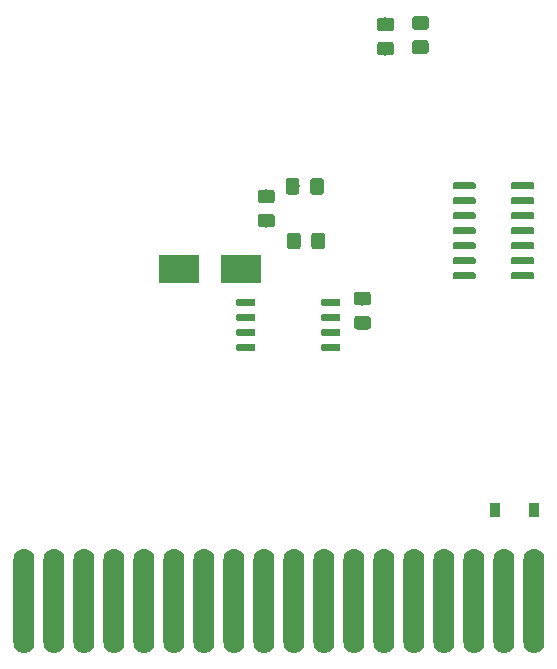
<source format=gtp>
G04 #@! TF.GenerationSoftware,KiCad,Pcbnew,(5.1.4-0)*
G04 #@! TF.CreationDate,2019-11-27T14:08:46-06:00*
G04 #@! TF.ProjectId,veccart,76656363-6172-4742-9e6b-696361645f70,rev?*
G04 #@! TF.SameCoordinates,Original*
G04 #@! TF.FileFunction,Paste,Top*
G04 #@! TF.FilePolarity,Positive*
%FSLAX46Y46*%
G04 Gerber Fmt 4.6, Leading zero omitted, Abs format (unit mm)*
G04 Created by KiCad (PCBNEW (5.1.4-0)) date 2019-11-27 14:08:46*
%MOMM*%
%LPD*%
G04 APERTURE LIST*
%ADD10R,3.500000X2.400000*%
%ADD11O,1.778000X8.890000*%
%ADD12C,0.100000*%
%ADD13C,1.150000*%
%ADD14R,0.900000X1.200000*%
%ADD15C,0.600000*%
G04 APERTURE END LIST*
D10*
X133280800Y-102489000D03*
X138480800Y-102489000D03*
D11*
X163278396Y-130598873D03*
X160738396Y-130598873D03*
X158198396Y-130598873D03*
X155658396Y-130598873D03*
X153118396Y-130598873D03*
X150578396Y-130598873D03*
X148038396Y-130598873D03*
X145498396Y-130598873D03*
X142958396Y-130598873D03*
X140418396Y-130598873D03*
X137878396Y-130598873D03*
X135338396Y-130598873D03*
X132798396Y-130598873D03*
X130258396Y-130598873D03*
X127718396Y-130598873D03*
X125178396Y-130598873D03*
X122638396Y-130598873D03*
X120098396Y-130598873D03*
D12*
G36*
X154144505Y-83162604D02*
G01*
X154168773Y-83166204D01*
X154192572Y-83172165D01*
X154215671Y-83180430D01*
X154237850Y-83190920D01*
X154258893Y-83203532D01*
X154278599Y-83218147D01*
X154296777Y-83234623D01*
X154313253Y-83252801D01*
X154327868Y-83272507D01*
X154340480Y-83293550D01*
X154350970Y-83315729D01*
X154359235Y-83338828D01*
X154365196Y-83362627D01*
X154368796Y-83386895D01*
X154370000Y-83411399D01*
X154370000Y-84061401D01*
X154368796Y-84085905D01*
X154365196Y-84110173D01*
X154359235Y-84133972D01*
X154350970Y-84157071D01*
X154340480Y-84179250D01*
X154327868Y-84200293D01*
X154313253Y-84219999D01*
X154296777Y-84238177D01*
X154278599Y-84254653D01*
X154258893Y-84269268D01*
X154237850Y-84281880D01*
X154215671Y-84292370D01*
X154192572Y-84300635D01*
X154168773Y-84306596D01*
X154144505Y-84310196D01*
X154120001Y-84311400D01*
X153219999Y-84311400D01*
X153195495Y-84310196D01*
X153171227Y-84306596D01*
X153147428Y-84300635D01*
X153124329Y-84292370D01*
X153102150Y-84281880D01*
X153081107Y-84269268D01*
X153061401Y-84254653D01*
X153043223Y-84238177D01*
X153026747Y-84219999D01*
X153012132Y-84200293D01*
X152999520Y-84179250D01*
X152989030Y-84157071D01*
X152980765Y-84133972D01*
X152974804Y-84110173D01*
X152971204Y-84085905D01*
X152970000Y-84061401D01*
X152970000Y-83411399D01*
X152971204Y-83386895D01*
X152974804Y-83362627D01*
X152980765Y-83338828D01*
X152989030Y-83315729D01*
X152999520Y-83293550D01*
X153012132Y-83272507D01*
X153026747Y-83252801D01*
X153043223Y-83234623D01*
X153061401Y-83218147D01*
X153081107Y-83203532D01*
X153102150Y-83190920D01*
X153124329Y-83180430D01*
X153147428Y-83172165D01*
X153171227Y-83166204D01*
X153195495Y-83162604D01*
X153219999Y-83161400D01*
X154120001Y-83161400D01*
X154144505Y-83162604D01*
X154144505Y-83162604D01*
G37*
D13*
X153670000Y-83736400D03*
D12*
G36*
X154144505Y-81112604D02*
G01*
X154168773Y-81116204D01*
X154192572Y-81122165D01*
X154215671Y-81130430D01*
X154237850Y-81140920D01*
X154258893Y-81153532D01*
X154278599Y-81168147D01*
X154296777Y-81184623D01*
X154313253Y-81202801D01*
X154327868Y-81222507D01*
X154340480Y-81243550D01*
X154350970Y-81265729D01*
X154359235Y-81288828D01*
X154365196Y-81312627D01*
X154368796Y-81336895D01*
X154370000Y-81361399D01*
X154370000Y-82011401D01*
X154368796Y-82035905D01*
X154365196Y-82060173D01*
X154359235Y-82083972D01*
X154350970Y-82107071D01*
X154340480Y-82129250D01*
X154327868Y-82150293D01*
X154313253Y-82169999D01*
X154296777Y-82188177D01*
X154278599Y-82204653D01*
X154258893Y-82219268D01*
X154237850Y-82231880D01*
X154215671Y-82242370D01*
X154192572Y-82250635D01*
X154168773Y-82256596D01*
X154144505Y-82260196D01*
X154120001Y-82261400D01*
X153219999Y-82261400D01*
X153195495Y-82260196D01*
X153171227Y-82256596D01*
X153147428Y-82250635D01*
X153124329Y-82242370D01*
X153102150Y-82231880D01*
X153081107Y-82219268D01*
X153061401Y-82204653D01*
X153043223Y-82188177D01*
X153026747Y-82169999D01*
X153012132Y-82150293D01*
X152999520Y-82129250D01*
X152989030Y-82107071D01*
X152980765Y-82083972D01*
X152974804Y-82060173D01*
X152971204Y-82035905D01*
X152970000Y-82011401D01*
X152970000Y-81361399D01*
X152971204Y-81336895D01*
X152974804Y-81312627D01*
X152980765Y-81288828D01*
X152989030Y-81265729D01*
X152999520Y-81243550D01*
X153012132Y-81222507D01*
X153026747Y-81202801D01*
X153043223Y-81184623D01*
X153061401Y-81168147D01*
X153081107Y-81153532D01*
X153102150Y-81140920D01*
X153124329Y-81130430D01*
X153147428Y-81122165D01*
X153171227Y-81116204D01*
X153195495Y-81112604D01*
X153219999Y-81111400D01*
X154120001Y-81111400D01*
X154144505Y-81112604D01*
X154144505Y-81112604D01*
G37*
D13*
X153670000Y-81686400D03*
D12*
G36*
X151198105Y-81239604D02*
G01*
X151222373Y-81243204D01*
X151246172Y-81249165D01*
X151269271Y-81257430D01*
X151291450Y-81267920D01*
X151312493Y-81280532D01*
X151332199Y-81295147D01*
X151350377Y-81311623D01*
X151366853Y-81329801D01*
X151381468Y-81349507D01*
X151394080Y-81370550D01*
X151404570Y-81392729D01*
X151412835Y-81415828D01*
X151418796Y-81439627D01*
X151422396Y-81463895D01*
X151423600Y-81488399D01*
X151423600Y-82138401D01*
X151422396Y-82162905D01*
X151418796Y-82187173D01*
X151412835Y-82210972D01*
X151404570Y-82234071D01*
X151394080Y-82256250D01*
X151381468Y-82277293D01*
X151366853Y-82296999D01*
X151350377Y-82315177D01*
X151332199Y-82331653D01*
X151312493Y-82346268D01*
X151291450Y-82358880D01*
X151269271Y-82369370D01*
X151246172Y-82377635D01*
X151222373Y-82383596D01*
X151198105Y-82387196D01*
X151173601Y-82388400D01*
X150273599Y-82388400D01*
X150249095Y-82387196D01*
X150224827Y-82383596D01*
X150201028Y-82377635D01*
X150177929Y-82369370D01*
X150155750Y-82358880D01*
X150134707Y-82346268D01*
X150115001Y-82331653D01*
X150096823Y-82315177D01*
X150080347Y-82296999D01*
X150065732Y-82277293D01*
X150053120Y-82256250D01*
X150042630Y-82234071D01*
X150034365Y-82210972D01*
X150028404Y-82187173D01*
X150024804Y-82162905D01*
X150023600Y-82138401D01*
X150023600Y-81488399D01*
X150024804Y-81463895D01*
X150028404Y-81439627D01*
X150034365Y-81415828D01*
X150042630Y-81392729D01*
X150053120Y-81370550D01*
X150065732Y-81349507D01*
X150080347Y-81329801D01*
X150096823Y-81311623D01*
X150115001Y-81295147D01*
X150134707Y-81280532D01*
X150155750Y-81267920D01*
X150177929Y-81257430D01*
X150201028Y-81249165D01*
X150224827Y-81243204D01*
X150249095Y-81239604D01*
X150273599Y-81238400D01*
X151173601Y-81238400D01*
X151198105Y-81239604D01*
X151198105Y-81239604D01*
G37*
D13*
X150723600Y-81813400D03*
D12*
G36*
X151198105Y-83289604D02*
G01*
X151222373Y-83293204D01*
X151246172Y-83299165D01*
X151269271Y-83307430D01*
X151291450Y-83317920D01*
X151312493Y-83330532D01*
X151332199Y-83345147D01*
X151350377Y-83361623D01*
X151366853Y-83379801D01*
X151381468Y-83399507D01*
X151394080Y-83420550D01*
X151404570Y-83442729D01*
X151412835Y-83465828D01*
X151418796Y-83489627D01*
X151422396Y-83513895D01*
X151423600Y-83538399D01*
X151423600Y-84188401D01*
X151422396Y-84212905D01*
X151418796Y-84237173D01*
X151412835Y-84260972D01*
X151404570Y-84284071D01*
X151394080Y-84306250D01*
X151381468Y-84327293D01*
X151366853Y-84346999D01*
X151350377Y-84365177D01*
X151332199Y-84381653D01*
X151312493Y-84396268D01*
X151291450Y-84408880D01*
X151269271Y-84419370D01*
X151246172Y-84427635D01*
X151222373Y-84433596D01*
X151198105Y-84437196D01*
X151173601Y-84438400D01*
X150273599Y-84438400D01*
X150249095Y-84437196D01*
X150224827Y-84433596D01*
X150201028Y-84427635D01*
X150177929Y-84419370D01*
X150155750Y-84408880D01*
X150134707Y-84396268D01*
X150115001Y-84381653D01*
X150096823Y-84365177D01*
X150080347Y-84346999D01*
X150065732Y-84327293D01*
X150053120Y-84306250D01*
X150042630Y-84284071D01*
X150034365Y-84260972D01*
X150028404Y-84237173D01*
X150024804Y-84212905D01*
X150023600Y-84188401D01*
X150023600Y-83538399D01*
X150024804Y-83513895D01*
X150028404Y-83489627D01*
X150034365Y-83465828D01*
X150042630Y-83442729D01*
X150053120Y-83420550D01*
X150065732Y-83399507D01*
X150080347Y-83379801D01*
X150096823Y-83361623D01*
X150115001Y-83345147D01*
X150134707Y-83330532D01*
X150155750Y-83317920D01*
X150177929Y-83307430D01*
X150201028Y-83299165D01*
X150224827Y-83293204D01*
X150249095Y-83289604D01*
X150273599Y-83288400D01*
X151173601Y-83288400D01*
X151198105Y-83289604D01*
X151198105Y-83289604D01*
G37*
D13*
X150723600Y-83863400D03*
D12*
G36*
X143215505Y-94830604D02*
G01*
X143239773Y-94834204D01*
X143263572Y-94840165D01*
X143286671Y-94848430D01*
X143308850Y-94858920D01*
X143329893Y-94871532D01*
X143349599Y-94886147D01*
X143367777Y-94902623D01*
X143384253Y-94920801D01*
X143398868Y-94940507D01*
X143411480Y-94961550D01*
X143421970Y-94983729D01*
X143430235Y-95006828D01*
X143436196Y-95030627D01*
X143439796Y-95054895D01*
X143441000Y-95079399D01*
X143441000Y-95979401D01*
X143439796Y-96003905D01*
X143436196Y-96028173D01*
X143430235Y-96051972D01*
X143421970Y-96075071D01*
X143411480Y-96097250D01*
X143398868Y-96118293D01*
X143384253Y-96137999D01*
X143367777Y-96156177D01*
X143349599Y-96172653D01*
X143329893Y-96187268D01*
X143308850Y-96199880D01*
X143286671Y-96210370D01*
X143263572Y-96218635D01*
X143239773Y-96224596D01*
X143215505Y-96228196D01*
X143191001Y-96229400D01*
X142540999Y-96229400D01*
X142516495Y-96228196D01*
X142492227Y-96224596D01*
X142468428Y-96218635D01*
X142445329Y-96210370D01*
X142423150Y-96199880D01*
X142402107Y-96187268D01*
X142382401Y-96172653D01*
X142364223Y-96156177D01*
X142347747Y-96137999D01*
X142333132Y-96118293D01*
X142320520Y-96097250D01*
X142310030Y-96075071D01*
X142301765Y-96051972D01*
X142295804Y-96028173D01*
X142292204Y-96003905D01*
X142291000Y-95979401D01*
X142291000Y-95079399D01*
X142292204Y-95054895D01*
X142295804Y-95030627D01*
X142301765Y-95006828D01*
X142310030Y-94983729D01*
X142320520Y-94961550D01*
X142333132Y-94940507D01*
X142347747Y-94920801D01*
X142364223Y-94902623D01*
X142382401Y-94886147D01*
X142402107Y-94871532D01*
X142423150Y-94858920D01*
X142445329Y-94848430D01*
X142468428Y-94840165D01*
X142492227Y-94834204D01*
X142516495Y-94830604D01*
X142540999Y-94829400D01*
X143191001Y-94829400D01*
X143215505Y-94830604D01*
X143215505Y-94830604D01*
G37*
D13*
X142866000Y-95529400D03*
D12*
G36*
X145265505Y-94830604D02*
G01*
X145289773Y-94834204D01*
X145313572Y-94840165D01*
X145336671Y-94848430D01*
X145358850Y-94858920D01*
X145379893Y-94871532D01*
X145399599Y-94886147D01*
X145417777Y-94902623D01*
X145434253Y-94920801D01*
X145448868Y-94940507D01*
X145461480Y-94961550D01*
X145471970Y-94983729D01*
X145480235Y-95006828D01*
X145486196Y-95030627D01*
X145489796Y-95054895D01*
X145491000Y-95079399D01*
X145491000Y-95979401D01*
X145489796Y-96003905D01*
X145486196Y-96028173D01*
X145480235Y-96051972D01*
X145471970Y-96075071D01*
X145461480Y-96097250D01*
X145448868Y-96118293D01*
X145434253Y-96137999D01*
X145417777Y-96156177D01*
X145399599Y-96172653D01*
X145379893Y-96187268D01*
X145358850Y-96199880D01*
X145336671Y-96210370D01*
X145313572Y-96218635D01*
X145289773Y-96224596D01*
X145265505Y-96228196D01*
X145241001Y-96229400D01*
X144590999Y-96229400D01*
X144566495Y-96228196D01*
X144542227Y-96224596D01*
X144518428Y-96218635D01*
X144495329Y-96210370D01*
X144473150Y-96199880D01*
X144452107Y-96187268D01*
X144432401Y-96172653D01*
X144414223Y-96156177D01*
X144397747Y-96137999D01*
X144383132Y-96118293D01*
X144370520Y-96097250D01*
X144360030Y-96075071D01*
X144351765Y-96051972D01*
X144345804Y-96028173D01*
X144342204Y-96003905D01*
X144341000Y-95979401D01*
X144341000Y-95079399D01*
X144342204Y-95054895D01*
X144345804Y-95030627D01*
X144351765Y-95006828D01*
X144360030Y-94983729D01*
X144370520Y-94961550D01*
X144383132Y-94940507D01*
X144397747Y-94920801D01*
X144414223Y-94902623D01*
X144432401Y-94886147D01*
X144452107Y-94871532D01*
X144473150Y-94858920D01*
X144495329Y-94848430D01*
X144518428Y-94840165D01*
X144542227Y-94834204D01*
X144566495Y-94830604D01*
X144590999Y-94829400D01*
X145241001Y-94829400D01*
X145265505Y-94830604D01*
X145265505Y-94830604D01*
G37*
D13*
X144916000Y-95529400D03*
D12*
G36*
X141114305Y-97860204D02*
G01*
X141138573Y-97863804D01*
X141162372Y-97869765D01*
X141185471Y-97878030D01*
X141207650Y-97888520D01*
X141228693Y-97901132D01*
X141248399Y-97915747D01*
X141266577Y-97932223D01*
X141283053Y-97950401D01*
X141297668Y-97970107D01*
X141310280Y-97991150D01*
X141320770Y-98013329D01*
X141329035Y-98036428D01*
X141334996Y-98060227D01*
X141338596Y-98084495D01*
X141339800Y-98108999D01*
X141339800Y-98759001D01*
X141338596Y-98783505D01*
X141334996Y-98807773D01*
X141329035Y-98831572D01*
X141320770Y-98854671D01*
X141310280Y-98876850D01*
X141297668Y-98897893D01*
X141283053Y-98917599D01*
X141266577Y-98935777D01*
X141248399Y-98952253D01*
X141228693Y-98966868D01*
X141207650Y-98979480D01*
X141185471Y-98989970D01*
X141162372Y-98998235D01*
X141138573Y-99004196D01*
X141114305Y-99007796D01*
X141089801Y-99009000D01*
X140189799Y-99009000D01*
X140165295Y-99007796D01*
X140141027Y-99004196D01*
X140117228Y-98998235D01*
X140094129Y-98989970D01*
X140071950Y-98979480D01*
X140050907Y-98966868D01*
X140031201Y-98952253D01*
X140013023Y-98935777D01*
X139996547Y-98917599D01*
X139981932Y-98897893D01*
X139969320Y-98876850D01*
X139958830Y-98854671D01*
X139950565Y-98831572D01*
X139944604Y-98807773D01*
X139941004Y-98783505D01*
X139939800Y-98759001D01*
X139939800Y-98108999D01*
X139941004Y-98084495D01*
X139944604Y-98060227D01*
X139950565Y-98036428D01*
X139958830Y-98013329D01*
X139969320Y-97991150D01*
X139981932Y-97970107D01*
X139996547Y-97950401D01*
X140013023Y-97932223D01*
X140031201Y-97915747D01*
X140050907Y-97901132D01*
X140071950Y-97888520D01*
X140094129Y-97878030D01*
X140117228Y-97869765D01*
X140141027Y-97863804D01*
X140165295Y-97860204D01*
X140189799Y-97859000D01*
X141089801Y-97859000D01*
X141114305Y-97860204D01*
X141114305Y-97860204D01*
G37*
D13*
X140639800Y-98434000D03*
D12*
G36*
X141114305Y-95810204D02*
G01*
X141138573Y-95813804D01*
X141162372Y-95819765D01*
X141185471Y-95828030D01*
X141207650Y-95838520D01*
X141228693Y-95851132D01*
X141248399Y-95865747D01*
X141266577Y-95882223D01*
X141283053Y-95900401D01*
X141297668Y-95920107D01*
X141310280Y-95941150D01*
X141320770Y-95963329D01*
X141329035Y-95986428D01*
X141334996Y-96010227D01*
X141338596Y-96034495D01*
X141339800Y-96058999D01*
X141339800Y-96709001D01*
X141338596Y-96733505D01*
X141334996Y-96757773D01*
X141329035Y-96781572D01*
X141320770Y-96804671D01*
X141310280Y-96826850D01*
X141297668Y-96847893D01*
X141283053Y-96867599D01*
X141266577Y-96885777D01*
X141248399Y-96902253D01*
X141228693Y-96916868D01*
X141207650Y-96929480D01*
X141185471Y-96939970D01*
X141162372Y-96948235D01*
X141138573Y-96954196D01*
X141114305Y-96957796D01*
X141089801Y-96959000D01*
X140189799Y-96959000D01*
X140165295Y-96957796D01*
X140141027Y-96954196D01*
X140117228Y-96948235D01*
X140094129Y-96939970D01*
X140071950Y-96929480D01*
X140050907Y-96916868D01*
X140031201Y-96902253D01*
X140013023Y-96885777D01*
X139996547Y-96867599D01*
X139981932Y-96847893D01*
X139969320Y-96826850D01*
X139958830Y-96804671D01*
X139950565Y-96781572D01*
X139944604Y-96757773D01*
X139941004Y-96733505D01*
X139939800Y-96709001D01*
X139939800Y-96058999D01*
X139941004Y-96034495D01*
X139944604Y-96010227D01*
X139950565Y-95986428D01*
X139958830Y-95963329D01*
X139969320Y-95941150D01*
X139981932Y-95920107D01*
X139996547Y-95900401D01*
X140013023Y-95882223D01*
X140031201Y-95865747D01*
X140050907Y-95851132D01*
X140071950Y-95838520D01*
X140094129Y-95828030D01*
X140117228Y-95819765D01*
X140141027Y-95813804D01*
X140165295Y-95810204D01*
X140189799Y-95809000D01*
X141089801Y-95809000D01*
X141114305Y-95810204D01*
X141114305Y-95810204D01*
G37*
D13*
X140639800Y-96384000D03*
D12*
G36*
X143317105Y-99453404D02*
G01*
X143341373Y-99457004D01*
X143365172Y-99462965D01*
X143388271Y-99471230D01*
X143410450Y-99481720D01*
X143431493Y-99494332D01*
X143451199Y-99508947D01*
X143469377Y-99525423D01*
X143485853Y-99543601D01*
X143500468Y-99563307D01*
X143513080Y-99584350D01*
X143523570Y-99606529D01*
X143531835Y-99629628D01*
X143537796Y-99653427D01*
X143541396Y-99677695D01*
X143542600Y-99702199D01*
X143542600Y-100602201D01*
X143541396Y-100626705D01*
X143537796Y-100650973D01*
X143531835Y-100674772D01*
X143523570Y-100697871D01*
X143513080Y-100720050D01*
X143500468Y-100741093D01*
X143485853Y-100760799D01*
X143469377Y-100778977D01*
X143451199Y-100795453D01*
X143431493Y-100810068D01*
X143410450Y-100822680D01*
X143388271Y-100833170D01*
X143365172Y-100841435D01*
X143341373Y-100847396D01*
X143317105Y-100850996D01*
X143292601Y-100852200D01*
X142642599Y-100852200D01*
X142618095Y-100850996D01*
X142593827Y-100847396D01*
X142570028Y-100841435D01*
X142546929Y-100833170D01*
X142524750Y-100822680D01*
X142503707Y-100810068D01*
X142484001Y-100795453D01*
X142465823Y-100778977D01*
X142449347Y-100760799D01*
X142434732Y-100741093D01*
X142422120Y-100720050D01*
X142411630Y-100697871D01*
X142403365Y-100674772D01*
X142397404Y-100650973D01*
X142393804Y-100626705D01*
X142392600Y-100602201D01*
X142392600Y-99702199D01*
X142393804Y-99677695D01*
X142397404Y-99653427D01*
X142403365Y-99629628D01*
X142411630Y-99606529D01*
X142422120Y-99584350D01*
X142434732Y-99563307D01*
X142449347Y-99543601D01*
X142465823Y-99525423D01*
X142484001Y-99508947D01*
X142503707Y-99494332D01*
X142524750Y-99481720D01*
X142546929Y-99471230D01*
X142570028Y-99462965D01*
X142593827Y-99457004D01*
X142618095Y-99453404D01*
X142642599Y-99452200D01*
X143292601Y-99452200D01*
X143317105Y-99453404D01*
X143317105Y-99453404D01*
G37*
D13*
X142967600Y-100152200D03*
D12*
G36*
X145367105Y-99453404D02*
G01*
X145391373Y-99457004D01*
X145415172Y-99462965D01*
X145438271Y-99471230D01*
X145460450Y-99481720D01*
X145481493Y-99494332D01*
X145501199Y-99508947D01*
X145519377Y-99525423D01*
X145535853Y-99543601D01*
X145550468Y-99563307D01*
X145563080Y-99584350D01*
X145573570Y-99606529D01*
X145581835Y-99629628D01*
X145587796Y-99653427D01*
X145591396Y-99677695D01*
X145592600Y-99702199D01*
X145592600Y-100602201D01*
X145591396Y-100626705D01*
X145587796Y-100650973D01*
X145581835Y-100674772D01*
X145573570Y-100697871D01*
X145563080Y-100720050D01*
X145550468Y-100741093D01*
X145535853Y-100760799D01*
X145519377Y-100778977D01*
X145501199Y-100795453D01*
X145481493Y-100810068D01*
X145460450Y-100822680D01*
X145438271Y-100833170D01*
X145415172Y-100841435D01*
X145391373Y-100847396D01*
X145367105Y-100850996D01*
X145342601Y-100852200D01*
X144692599Y-100852200D01*
X144668095Y-100850996D01*
X144643827Y-100847396D01*
X144620028Y-100841435D01*
X144596929Y-100833170D01*
X144574750Y-100822680D01*
X144553707Y-100810068D01*
X144534001Y-100795453D01*
X144515823Y-100778977D01*
X144499347Y-100760799D01*
X144484732Y-100741093D01*
X144472120Y-100720050D01*
X144461630Y-100697871D01*
X144453365Y-100674772D01*
X144447404Y-100650973D01*
X144443804Y-100626705D01*
X144442600Y-100602201D01*
X144442600Y-99702199D01*
X144443804Y-99677695D01*
X144447404Y-99653427D01*
X144453365Y-99629628D01*
X144461630Y-99606529D01*
X144472120Y-99584350D01*
X144484732Y-99563307D01*
X144499347Y-99543601D01*
X144515823Y-99525423D01*
X144534001Y-99508947D01*
X144553707Y-99494332D01*
X144574750Y-99481720D01*
X144596929Y-99471230D01*
X144620028Y-99462965D01*
X144643827Y-99457004D01*
X144668095Y-99453404D01*
X144692599Y-99452200D01*
X145342601Y-99452200D01*
X145367105Y-99453404D01*
X145367105Y-99453404D01*
G37*
D13*
X145017600Y-100152200D03*
D12*
G36*
X149242305Y-104455203D02*
G01*
X149266573Y-104458803D01*
X149290372Y-104464764D01*
X149313471Y-104473029D01*
X149335650Y-104483519D01*
X149356693Y-104496131D01*
X149376399Y-104510746D01*
X149394577Y-104527222D01*
X149411053Y-104545400D01*
X149425668Y-104565106D01*
X149438280Y-104586149D01*
X149448770Y-104608328D01*
X149457035Y-104631427D01*
X149462996Y-104655226D01*
X149466596Y-104679494D01*
X149467800Y-104703998D01*
X149467800Y-105354000D01*
X149466596Y-105378504D01*
X149462996Y-105402772D01*
X149457035Y-105426571D01*
X149448770Y-105449670D01*
X149438280Y-105471849D01*
X149425668Y-105492892D01*
X149411053Y-105512598D01*
X149394577Y-105530776D01*
X149376399Y-105547252D01*
X149356693Y-105561867D01*
X149335650Y-105574479D01*
X149313471Y-105584969D01*
X149290372Y-105593234D01*
X149266573Y-105599195D01*
X149242305Y-105602795D01*
X149217801Y-105603999D01*
X148317799Y-105603999D01*
X148293295Y-105602795D01*
X148269027Y-105599195D01*
X148245228Y-105593234D01*
X148222129Y-105584969D01*
X148199950Y-105574479D01*
X148178907Y-105561867D01*
X148159201Y-105547252D01*
X148141023Y-105530776D01*
X148124547Y-105512598D01*
X148109932Y-105492892D01*
X148097320Y-105471849D01*
X148086830Y-105449670D01*
X148078565Y-105426571D01*
X148072604Y-105402772D01*
X148069004Y-105378504D01*
X148067800Y-105354000D01*
X148067800Y-104703998D01*
X148069004Y-104679494D01*
X148072604Y-104655226D01*
X148078565Y-104631427D01*
X148086830Y-104608328D01*
X148097320Y-104586149D01*
X148109932Y-104565106D01*
X148124547Y-104545400D01*
X148141023Y-104527222D01*
X148159201Y-104510746D01*
X148178907Y-104496131D01*
X148199950Y-104483519D01*
X148222129Y-104473029D01*
X148245228Y-104464764D01*
X148269027Y-104458803D01*
X148293295Y-104455203D01*
X148317799Y-104453999D01*
X149217801Y-104453999D01*
X149242305Y-104455203D01*
X149242305Y-104455203D01*
G37*
D13*
X148767800Y-105028999D03*
D12*
G36*
X149242305Y-106505203D02*
G01*
X149266573Y-106508803D01*
X149290372Y-106514764D01*
X149313471Y-106523029D01*
X149335650Y-106533519D01*
X149356693Y-106546131D01*
X149376399Y-106560746D01*
X149394577Y-106577222D01*
X149411053Y-106595400D01*
X149425668Y-106615106D01*
X149438280Y-106636149D01*
X149448770Y-106658328D01*
X149457035Y-106681427D01*
X149462996Y-106705226D01*
X149466596Y-106729494D01*
X149467800Y-106753998D01*
X149467800Y-107404000D01*
X149466596Y-107428504D01*
X149462996Y-107452772D01*
X149457035Y-107476571D01*
X149448770Y-107499670D01*
X149438280Y-107521849D01*
X149425668Y-107542892D01*
X149411053Y-107562598D01*
X149394577Y-107580776D01*
X149376399Y-107597252D01*
X149356693Y-107611867D01*
X149335650Y-107624479D01*
X149313471Y-107634969D01*
X149290372Y-107643234D01*
X149266573Y-107649195D01*
X149242305Y-107652795D01*
X149217801Y-107653999D01*
X148317799Y-107653999D01*
X148293295Y-107652795D01*
X148269027Y-107649195D01*
X148245228Y-107643234D01*
X148222129Y-107634969D01*
X148199950Y-107624479D01*
X148178907Y-107611867D01*
X148159201Y-107597252D01*
X148141023Y-107580776D01*
X148124547Y-107562598D01*
X148109932Y-107542892D01*
X148097320Y-107521849D01*
X148086830Y-107499670D01*
X148078565Y-107476571D01*
X148072604Y-107452772D01*
X148069004Y-107428504D01*
X148067800Y-107404000D01*
X148067800Y-106753998D01*
X148069004Y-106729494D01*
X148072604Y-106705226D01*
X148078565Y-106681427D01*
X148086830Y-106658328D01*
X148097320Y-106636149D01*
X148109932Y-106615106D01*
X148124547Y-106595400D01*
X148141023Y-106577222D01*
X148159201Y-106560746D01*
X148178907Y-106546131D01*
X148199950Y-106533519D01*
X148222129Y-106523029D01*
X148245228Y-106514764D01*
X148269027Y-106508803D01*
X148293295Y-106505203D01*
X148317799Y-106503999D01*
X149217801Y-106503999D01*
X149242305Y-106505203D01*
X149242305Y-106505203D01*
G37*
D13*
X148767800Y-107078999D03*
D14*
X163270200Y-122910600D03*
X159970200Y-122910600D03*
D12*
G36*
X139558703Y-108869922D02*
G01*
X139573264Y-108872082D01*
X139587543Y-108875659D01*
X139601403Y-108880618D01*
X139614710Y-108886912D01*
X139627336Y-108894480D01*
X139639159Y-108903248D01*
X139650066Y-108913134D01*
X139659952Y-108924041D01*
X139668720Y-108935864D01*
X139676288Y-108948490D01*
X139682582Y-108961797D01*
X139687541Y-108975657D01*
X139691118Y-108989936D01*
X139693278Y-109004497D01*
X139694000Y-109019200D01*
X139694000Y-109319200D01*
X139693278Y-109333903D01*
X139691118Y-109348464D01*
X139687541Y-109362743D01*
X139682582Y-109376603D01*
X139676288Y-109389910D01*
X139668720Y-109402536D01*
X139659952Y-109414359D01*
X139650066Y-109425266D01*
X139639159Y-109435152D01*
X139627336Y-109443920D01*
X139614710Y-109451488D01*
X139601403Y-109457782D01*
X139587543Y-109462741D01*
X139573264Y-109466318D01*
X139558703Y-109468478D01*
X139544000Y-109469200D01*
X138244000Y-109469200D01*
X138229297Y-109468478D01*
X138214736Y-109466318D01*
X138200457Y-109462741D01*
X138186597Y-109457782D01*
X138173290Y-109451488D01*
X138160664Y-109443920D01*
X138148841Y-109435152D01*
X138137934Y-109425266D01*
X138128048Y-109414359D01*
X138119280Y-109402536D01*
X138111712Y-109389910D01*
X138105418Y-109376603D01*
X138100459Y-109362743D01*
X138096882Y-109348464D01*
X138094722Y-109333903D01*
X138094000Y-109319200D01*
X138094000Y-109019200D01*
X138094722Y-109004497D01*
X138096882Y-108989936D01*
X138100459Y-108975657D01*
X138105418Y-108961797D01*
X138111712Y-108948490D01*
X138119280Y-108935864D01*
X138128048Y-108924041D01*
X138137934Y-108913134D01*
X138148841Y-108903248D01*
X138160664Y-108894480D01*
X138173290Y-108886912D01*
X138186597Y-108880618D01*
X138200457Y-108875659D01*
X138214736Y-108872082D01*
X138229297Y-108869922D01*
X138244000Y-108869200D01*
X139544000Y-108869200D01*
X139558703Y-108869922D01*
X139558703Y-108869922D01*
G37*
D15*
X138894000Y-109169200D03*
D12*
G36*
X139558703Y-107599922D02*
G01*
X139573264Y-107602082D01*
X139587543Y-107605659D01*
X139601403Y-107610618D01*
X139614710Y-107616912D01*
X139627336Y-107624480D01*
X139639159Y-107633248D01*
X139650066Y-107643134D01*
X139659952Y-107654041D01*
X139668720Y-107665864D01*
X139676288Y-107678490D01*
X139682582Y-107691797D01*
X139687541Y-107705657D01*
X139691118Y-107719936D01*
X139693278Y-107734497D01*
X139694000Y-107749200D01*
X139694000Y-108049200D01*
X139693278Y-108063903D01*
X139691118Y-108078464D01*
X139687541Y-108092743D01*
X139682582Y-108106603D01*
X139676288Y-108119910D01*
X139668720Y-108132536D01*
X139659952Y-108144359D01*
X139650066Y-108155266D01*
X139639159Y-108165152D01*
X139627336Y-108173920D01*
X139614710Y-108181488D01*
X139601403Y-108187782D01*
X139587543Y-108192741D01*
X139573264Y-108196318D01*
X139558703Y-108198478D01*
X139544000Y-108199200D01*
X138244000Y-108199200D01*
X138229297Y-108198478D01*
X138214736Y-108196318D01*
X138200457Y-108192741D01*
X138186597Y-108187782D01*
X138173290Y-108181488D01*
X138160664Y-108173920D01*
X138148841Y-108165152D01*
X138137934Y-108155266D01*
X138128048Y-108144359D01*
X138119280Y-108132536D01*
X138111712Y-108119910D01*
X138105418Y-108106603D01*
X138100459Y-108092743D01*
X138096882Y-108078464D01*
X138094722Y-108063903D01*
X138094000Y-108049200D01*
X138094000Y-107749200D01*
X138094722Y-107734497D01*
X138096882Y-107719936D01*
X138100459Y-107705657D01*
X138105418Y-107691797D01*
X138111712Y-107678490D01*
X138119280Y-107665864D01*
X138128048Y-107654041D01*
X138137934Y-107643134D01*
X138148841Y-107633248D01*
X138160664Y-107624480D01*
X138173290Y-107616912D01*
X138186597Y-107610618D01*
X138200457Y-107605659D01*
X138214736Y-107602082D01*
X138229297Y-107599922D01*
X138244000Y-107599200D01*
X139544000Y-107599200D01*
X139558703Y-107599922D01*
X139558703Y-107599922D01*
G37*
D15*
X138894000Y-107899200D03*
D12*
G36*
X139558703Y-106329922D02*
G01*
X139573264Y-106332082D01*
X139587543Y-106335659D01*
X139601403Y-106340618D01*
X139614710Y-106346912D01*
X139627336Y-106354480D01*
X139639159Y-106363248D01*
X139650066Y-106373134D01*
X139659952Y-106384041D01*
X139668720Y-106395864D01*
X139676288Y-106408490D01*
X139682582Y-106421797D01*
X139687541Y-106435657D01*
X139691118Y-106449936D01*
X139693278Y-106464497D01*
X139694000Y-106479200D01*
X139694000Y-106779200D01*
X139693278Y-106793903D01*
X139691118Y-106808464D01*
X139687541Y-106822743D01*
X139682582Y-106836603D01*
X139676288Y-106849910D01*
X139668720Y-106862536D01*
X139659952Y-106874359D01*
X139650066Y-106885266D01*
X139639159Y-106895152D01*
X139627336Y-106903920D01*
X139614710Y-106911488D01*
X139601403Y-106917782D01*
X139587543Y-106922741D01*
X139573264Y-106926318D01*
X139558703Y-106928478D01*
X139544000Y-106929200D01*
X138244000Y-106929200D01*
X138229297Y-106928478D01*
X138214736Y-106926318D01*
X138200457Y-106922741D01*
X138186597Y-106917782D01*
X138173290Y-106911488D01*
X138160664Y-106903920D01*
X138148841Y-106895152D01*
X138137934Y-106885266D01*
X138128048Y-106874359D01*
X138119280Y-106862536D01*
X138111712Y-106849910D01*
X138105418Y-106836603D01*
X138100459Y-106822743D01*
X138096882Y-106808464D01*
X138094722Y-106793903D01*
X138094000Y-106779200D01*
X138094000Y-106479200D01*
X138094722Y-106464497D01*
X138096882Y-106449936D01*
X138100459Y-106435657D01*
X138105418Y-106421797D01*
X138111712Y-106408490D01*
X138119280Y-106395864D01*
X138128048Y-106384041D01*
X138137934Y-106373134D01*
X138148841Y-106363248D01*
X138160664Y-106354480D01*
X138173290Y-106346912D01*
X138186597Y-106340618D01*
X138200457Y-106335659D01*
X138214736Y-106332082D01*
X138229297Y-106329922D01*
X138244000Y-106329200D01*
X139544000Y-106329200D01*
X139558703Y-106329922D01*
X139558703Y-106329922D01*
G37*
D15*
X138894000Y-106629200D03*
D12*
G36*
X139558703Y-105059922D02*
G01*
X139573264Y-105062082D01*
X139587543Y-105065659D01*
X139601403Y-105070618D01*
X139614710Y-105076912D01*
X139627336Y-105084480D01*
X139639159Y-105093248D01*
X139650066Y-105103134D01*
X139659952Y-105114041D01*
X139668720Y-105125864D01*
X139676288Y-105138490D01*
X139682582Y-105151797D01*
X139687541Y-105165657D01*
X139691118Y-105179936D01*
X139693278Y-105194497D01*
X139694000Y-105209200D01*
X139694000Y-105509200D01*
X139693278Y-105523903D01*
X139691118Y-105538464D01*
X139687541Y-105552743D01*
X139682582Y-105566603D01*
X139676288Y-105579910D01*
X139668720Y-105592536D01*
X139659952Y-105604359D01*
X139650066Y-105615266D01*
X139639159Y-105625152D01*
X139627336Y-105633920D01*
X139614710Y-105641488D01*
X139601403Y-105647782D01*
X139587543Y-105652741D01*
X139573264Y-105656318D01*
X139558703Y-105658478D01*
X139544000Y-105659200D01*
X138244000Y-105659200D01*
X138229297Y-105658478D01*
X138214736Y-105656318D01*
X138200457Y-105652741D01*
X138186597Y-105647782D01*
X138173290Y-105641488D01*
X138160664Y-105633920D01*
X138148841Y-105625152D01*
X138137934Y-105615266D01*
X138128048Y-105604359D01*
X138119280Y-105592536D01*
X138111712Y-105579910D01*
X138105418Y-105566603D01*
X138100459Y-105552743D01*
X138096882Y-105538464D01*
X138094722Y-105523903D01*
X138094000Y-105509200D01*
X138094000Y-105209200D01*
X138094722Y-105194497D01*
X138096882Y-105179936D01*
X138100459Y-105165657D01*
X138105418Y-105151797D01*
X138111712Y-105138490D01*
X138119280Y-105125864D01*
X138128048Y-105114041D01*
X138137934Y-105103134D01*
X138148841Y-105093248D01*
X138160664Y-105084480D01*
X138173290Y-105076912D01*
X138186597Y-105070618D01*
X138200457Y-105065659D01*
X138214736Y-105062082D01*
X138229297Y-105059922D01*
X138244000Y-105059200D01*
X139544000Y-105059200D01*
X139558703Y-105059922D01*
X139558703Y-105059922D01*
G37*
D15*
X138894000Y-105359200D03*
D12*
G36*
X146758703Y-105059922D02*
G01*
X146773264Y-105062082D01*
X146787543Y-105065659D01*
X146801403Y-105070618D01*
X146814710Y-105076912D01*
X146827336Y-105084480D01*
X146839159Y-105093248D01*
X146850066Y-105103134D01*
X146859952Y-105114041D01*
X146868720Y-105125864D01*
X146876288Y-105138490D01*
X146882582Y-105151797D01*
X146887541Y-105165657D01*
X146891118Y-105179936D01*
X146893278Y-105194497D01*
X146894000Y-105209200D01*
X146894000Y-105509200D01*
X146893278Y-105523903D01*
X146891118Y-105538464D01*
X146887541Y-105552743D01*
X146882582Y-105566603D01*
X146876288Y-105579910D01*
X146868720Y-105592536D01*
X146859952Y-105604359D01*
X146850066Y-105615266D01*
X146839159Y-105625152D01*
X146827336Y-105633920D01*
X146814710Y-105641488D01*
X146801403Y-105647782D01*
X146787543Y-105652741D01*
X146773264Y-105656318D01*
X146758703Y-105658478D01*
X146744000Y-105659200D01*
X145444000Y-105659200D01*
X145429297Y-105658478D01*
X145414736Y-105656318D01*
X145400457Y-105652741D01*
X145386597Y-105647782D01*
X145373290Y-105641488D01*
X145360664Y-105633920D01*
X145348841Y-105625152D01*
X145337934Y-105615266D01*
X145328048Y-105604359D01*
X145319280Y-105592536D01*
X145311712Y-105579910D01*
X145305418Y-105566603D01*
X145300459Y-105552743D01*
X145296882Y-105538464D01*
X145294722Y-105523903D01*
X145294000Y-105509200D01*
X145294000Y-105209200D01*
X145294722Y-105194497D01*
X145296882Y-105179936D01*
X145300459Y-105165657D01*
X145305418Y-105151797D01*
X145311712Y-105138490D01*
X145319280Y-105125864D01*
X145328048Y-105114041D01*
X145337934Y-105103134D01*
X145348841Y-105093248D01*
X145360664Y-105084480D01*
X145373290Y-105076912D01*
X145386597Y-105070618D01*
X145400457Y-105065659D01*
X145414736Y-105062082D01*
X145429297Y-105059922D01*
X145444000Y-105059200D01*
X146744000Y-105059200D01*
X146758703Y-105059922D01*
X146758703Y-105059922D01*
G37*
D15*
X146094000Y-105359200D03*
D12*
G36*
X146758703Y-106329922D02*
G01*
X146773264Y-106332082D01*
X146787543Y-106335659D01*
X146801403Y-106340618D01*
X146814710Y-106346912D01*
X146827336Y-106354480D01*
X146839159Y-106363248D01*
X146850066Y-106373134D01*
X146859952Y-106384041D01*
X146868720Y-106395864D01*
X146876288Y-106408490D01*
X146882582Y-106421797D01*
X146887541Y-106435657D01*
X146891118Y-106449936D01*
X146893278Y-106464497D01*
X146894000Y-106479200D01*
X146894000Y-106779200D01*
X146893278Y-106793903D01*
X146891118Y-106808464D01*
X146887541Y-106822743D01*
X146882582Y-106836603D01*
X146876288Y-106849910D01*
X146868720Y-106862536D01*
X146859952Y-106874359D01*
X146850066Y-106885266D01*
X146839159Y-106895152D01*
X146827336Y-106903920D01*
X146814710Y-106911488D01*
X146801403Y-106917782D01*
X146787543Y-106922741D01*
X146773264Y-106926318D01*
X146758703Y-106928478D01*
X146744000Y-106929200D01*
X145444000Y-106929200D01*
X145429297Y-106928478D01*
X145414736Y-106926318D01*
X145400457Y-106922741D01*
X145386597Y-106917782D01*
X145373290Y-106911488D01*
X145360664Y-106903920D01*
X145348841Y-106895152D01*
X145337934Y-106885266D01*
X145328048Y-106874359D01*
X145319280Y-106862536D01*
X145311712Y-106849910D01*
X145305418Y-106836603D01*
X145300459Y-106822743D01*
X145296882Y-106808464D01*
X145294722Y-106793903D01*
X145294000Y-106779200D01*
X145294000Y-106479200D01*
X145294722Y-106464497D01*
X145296882Y-106449936D01*
X145300459Y-106435657D01*
X145305418Y-106421797D01*
X145311712Y-106408490D01*
X145319280Y-106395864D01*
X145328048Y-106384041D01*
X145337934Y-106373134D01*
X145348841Y-106363248D01*
X145360664Y-106354480D01*
X145373290Y-106346912D01*
X145386597Y-106340618D01*
X145400457Y-106335659D01*
X145414736Y-106332082D01*
X145429297Y-106329922D01*
X145444000Y-106329200D01*
X146744000Y-106329200D01*
X146758703Y-106329922D01*
X146758703Y-106329922D01*
G37*
D15*
X146094000Y-106629200D03*
D12*
G36*
X146758703Y-107599922D02*
G01*
X146773264Y-107602082D01*
X146787543Y-107605659D01*
X146801403Y-107610618D01*
X146814710Y-107616912D01*
X146827336Y-107624480D01*
X146839159Y-107633248D01*
X146850066Y-107643134D01*
X146859952Y-107654041D01*
X146868720Y-107665864D01*
X146876288Y-107678490D01*
X146882582Y-107691797D01*
X146887541Y-107705657D01*
X146891118Y-107719936D01*
X146893278Y-107734497D01*
X146894000Y-107749200D01*
X146894000Y-108049200D01*
X146893278Y-108063903D01*
X146891118Y-108078464D01*
X146887541Y-108092743D01*
X146882582Y-108106603D01*
X146876288Y-108119910D01*
X146868720Y-108132536D01*
X146859952Y-108144359D01*
X146850066Y-108155266D01*
X146839159Y-108165152D01*
X146827336Y-108173920D01*
X146814710Y-108181488D01*
X146801403Y-108187782D01*
X146787543Y-108192741D01*
X146773264Y-108196318D01*
X146758703Y-108198478D01*
X146744000Y-108199200D01*
X145444000Y-108199200D01*
X145429297Y-108198478D01*
X145414736Y-108196318D01*
X145400457Y-108192741D01*
X145386597Y-108187782D01*
X145373290Y-108181488D01*
X145360664Y-108173920D01*
X145348841Y-108165152D01*
X145337934Y-108155266D01*
X145328048Y-108144359D01*
X145319280Y-108132536D01*
X145311712Y-108119910D01*
X145305418Y-108106603D01*
X145300459Y-108092743D01*
X145296882Y-108078464D01*
X145294722Y-108063903D01*
X145294000Y-108049200D01*
X145294000Y-107749200D01*
X145294722Y-107734497D01*
X145296882Y-107719936D01*
X145300459Y-107705657D01*
X145305418Y-107691797D01*
X145311712Y-107678490D01*
X145319280Y-107665864D01*
X145328048Y-107654041D01*
X145337934Y-107643134D01*
X145348841Y-107633248D01*
X145360664Y-107624480D01*
X145373290Y-107616912D01*
X145386597Y-107610618D01*
X145400457Y-107605659D01*
X145414736Y-107602082D01*
X145429297Y-107599922D01*
X145444000Y-107599200D01*
X146744000Y-107599200D01*
X146758703Y-107599922D01*
X146758703Y-107599922D01*
G37*
D15*
X146094000Y-107899200D03*
D12*
G36*
X146758703Y-108869922D02*
G01*
X146773264Y-108872082D01*
X146787543Y-108875659D01*
X146801403Y-108880618D01*
X146814710Y-108886912D01*
X146827336Y-108894480D01*
X146839159Y-108903248D01*
X146850066Y-108913134D01*
X146859952Y-108924041D01*
X146868720Y-108935864D01*
X146876288Y-108948490D01*
X146882582Y-108961797D01*
X146887541Y-108975657D01*
X146891118Y-108989936D01*
X146893278Y-109004497D01*
X146894000Y-109019200D01*
X146894000Y-109319200D01*
X146893278Y-109333903D01*
X146891118Y-109348464D01*
X146887541Y-109362743D01*
X146882582Y-109376603D01*
X146876288Y-109389910D01*
X146868720Y-109402536D01*
X146859952Y-109414359D01*
X146850066Y-109425266D01*
X146839159Y-109435152D01*
X146827336Y-109443920D01*
X146814710Y-109451488D01*
X146801403Y-109457782D01*
X146787543Y-109462741D01*
X146773264Y-109466318D01*
X146758703Y-109468478D01*
X146744000Y-109469200D01*
X145444000Y-109469200D01*
X145429297Y-109468478D01*
X145414736Y-109466318D01*
X145400457Y-109462741D01*
X145386597Y-109457782D01*
X145373290Y-109451488D01*
X145360664Y-109443920D01*
X145348841Y-109435152D01*
X145337934Y-109425266D01*
X145328048Y-109414359D01*
X145319280Y-109402536D01*
X145311712Y-109389910D01*
X145305418Y-109376603D01*
X145300459Y-109362743D01*
X145296882Y-109348464D01*
X145294722Y-109333903D01*
X145294000Y-109319200D01*
X145294000Y-109019200D01*
X145294722Y-109004497D01*
X145296882Y-108989936D01*
X145300459Y-108975657D01*
X145305418Y-108961797D01*
X145311712Y-108948490D01*
X145319280Y-108935864D01*
X145328048Y-108924041D01*
X145337934Y-108913134D01*
X145348841Y-108903248D01*
X145360664Y-108894480D01*
X145373290Y-108886912D01*
X145386597Y-108880618D01*
X145400457Y-108875659D01*
X145414736Y-108872082D01*
X145429297Y-108869922D01*
X145444000Y-108869200D01*
X146744000Y-108869200D01*
X146758703Y-108869922D01*
X146758703Y-108869922D01*
G37*
D15*
X146094000Y-109169200D03*
D12*
G36*
X158217499Y-102816594D02*
G01*
X158232060Y-102818754D01*
X158246339Y-102822331D01*
X158260199Y-102827290D01*
X158273506Y-102833584D01*
X158286132Y-102841152D01*
X158297955Y-102849920D01*
X158308862Y-102859806D01*
X158318748Y-102870713D01*
X158327516Y-102882536D01*
X158335084Y-102895162D01*
X158341378Y-102908469D01*
X158346337Y-102922329D01*
X158349914Y-102936608D01*
X158352074Y-102951169D01*
X158352796Y-102965872D01*
X158352796Y-103265872D01*
X158352074Y-103280575D01*
X158349914Y-103295136D01*
X158346337Y-103309415D01*
X158341378Y-103323275D01*
X158335084Y-103336582D01*
X158327516Y-103349208D01*
X158318748Y-103361031D01*
X158308862Y-103371938D01*
X158297955Y-103381824D01*
X158286132Y-103390592D01*
X158273506Y-103398160D01*
X158260199Y-103404454D01*
X158246339Y-103409413D01*
X158232060Y-103412990D01*
X158217499Y-103415150D01*
X158202796Y-103415872D01*
X156552796Y-103415872D01*
X156538093Y-103415150D01*
X156523532Y-103412990D01*
X156509253Y-103409413D01*
X156495393Y-103404454D01*
X156482086Y-103398160D01*
X156469460Y-103390592D01*
X156457637Y-103381824D01*
X156446730Y-103371938D01*
X156436844Y-103361031D01*
X156428076Y-103349208D01*
X156420508Y-103336582D01*
X156414214Y-103323275D01*
X156409255Y-103309415D01*
X156405678Y-103295136D01*
X156403518Y-103280575D01*
X156402796Y-103265872D01*
X156402796Y-102965872D01*
X156403518Y-102951169D01*
X156405678Y-102936608D01*
X156409255Y-102922329D01*
X156414214Y-102908469D01*
X156420508Y-102895162D01*
X156428076Y-102882536D01*
X156436844Y-102870713D01*
X156446730Y-102859806D01*
X156457637Y-102849920D01*
X156469460Y-102841152D01*
X156482086Y-102833584D01*
X156495393Y-102827290D01*
X156509253Y-102822331D01*
X156523532Y-102818754D01*
X156538093Y-102816594D01*
X156552796Y-102815872D01*
X158202796Y-102815872D01*
X158217499Y-102816594D01*
X158217499Y-102816594D01*
G37*
D15*
X157377796Y-103115872D03*
D12*
G36*
X158217499Y-101546594D02*
G01*
X158232060Y-101548754D01*
X158246339Y-101552331D01*
X158260199Y-101557290D01*
X158273506Y-101563584D01*
X158286132Y-101571152D01*
X158297955Y-101579920D01*
X158308862Y-101589806D01*
X158318748Y-101600713D01*
X158327516Y-101612536D01*
X158335084Y-101625162D01*
X158341378Y-101638469D01*
X158346337Y-101652329D01*
X158349914Y-101666608D01*
X158352074Y-101681169D01*
X158352796Y-101695872D01*
X158352796Y-101995872D01*
X158352074Y-102010575D01*
X158349914Y-102025136D01*
X158346337Y-102039415D01*
X158341378Y-102053275D01*
X158335084Y-102066582D01*
X158327516Y-102079208D01*
X158318748Y-102091031D01*
X158308862Y-102101938D01*
X158297955Y-102111824D01*
X158286132Y-102120592D01*
X158273506Y-102128160D01*
X158260199Y-102134454D01*
X158246339Y-102139413D01*
X158232060Y-102142990D01*
X158217499Y-102145150D01*
X158202796Y-102145872D01*
X156552796Y-102145872D01*
X156538093Y-102145150D01*
X156523532Y-102142990D01*
X156509253Y-102139413D01*
X156495393Y-102134454D01*
X156482086Y-102128160D01*
X156469460Y-102120592D01*
X156457637Y-102111824D01*
X156446730Y-102101938D01*
X156436844Y-102091031D01*
X156428076Y-102079208D01*
X156420508Y-102066582D01*
X156414214Y-102053275D01*
X156409255Y-102039415D01*
X156405678Y-102025136D01*
X156403518Y-102010575D01*
X156402796Y-101995872D01*
X156402796Y-101695872D01*
X156403518Y-101681169D01*
X156405678Y-101666608D01*
X156409255Y-101652329D01*
X156414214Y-101638469D01*
X156420508Y-101625162D01*
X156428076Y-101612536D01*
X156436844Y-101600713D01*
X156446730Y-101589806D01*
X156457637Y-101579920D01*
X156469460Y-101571152D01*
X156482086Y-101563584D01*
X156495393Y-101557290D01*
X156509253Y-101552331D01*
X156523532Y-101548754D01*
X156538093Y-101546594D01*
X156552796Y-101545872D01*
X158202796Y-101545872D01*
X158217499Y-101546594D01*
X158217499Y-101546594D01*
G37*
D15*
X157377796Y-101845872D03*
D12*
G36*
X158217499Y-100276594D02*
G01*
X158232060Y-100278754D01*
X158246339Y-100282331D01*
X158260199Y-100287290D01*
X158273506Y-100293584D01*
X158286132Y-100301152D01*
X158297955Y-100309920D01*
X158308862Y-100319806D01*
X158318748Y-100330713D01*
X158327516Y-100342536D01*
X158335084Y-100355162D01*
X158341378Y-100368469D01*
X158346337Y-100382329D01*
X158349914Y-100396608D01*
X158352074Y-100411169D01*
X158352796Y-100425872D01*
X158352796Y-100725872D01*
X158352074Y-100740575D01*
X158349914Y-100755136D01*
X158346337Y-100769415D01*
X158341378Y-100783275D01*
X158335084Y-100796582D01*
X158327516Y-100809208D01*
X158318748Y-100821031D01*
X158308862Y-100831938D01*
X158297955Y-100841824D01*
X158286132Y-100850592D01*
X158273506Y-100858160D01*
X158260199Y-100864454D01*
X158246339Y-100869413D01*
X158232060Y-100872990D01*
X158217499Y-100875150D01*
X158202796Y-100875872D01*
X156552796Y-100875872D01*
X156538093Y-100875150D01*
X156523532Y-100872990D01*
X156509253Y-100869413D01*
X156495393Y-100864454D01*
X156482086Y-100858160D01*
X156469460Y-100850592D01*
X156457637Y-100841824D01*
X156446730Y-100831938D01*
X156436844Y-100821031D01*
X156428076Y-100809208D01*
X156420508Y-100796582D01*
X156414214Y-100783275D01*
X156409255Y-100769415D01*
X156405678Y-100755136D01*
X156403518Y-100740575D01*
X156402796Y-100725872D01*
X156402796Y-100425872D01*
X156403518Y-100411169D01*
X156405678Y-100396608D01*
X156409255Y-100382329D01*
X156414214Y-100368469D01*
X156420508Y-100355162D01*
X156428076Y-100342536D01*
X156436844Y-100330713D01*
X156446730Y-100319806D01*
X156457637Y-100309920D01*
X156469460Y-100301152D01*
X156482086Y-100293584D01*
X156495393Y-100287290D01*
X156509253Y-100282331D01*
X156523532Y-100278754D01*
X156538093Y-100276594D01*
X156552796Y-100275872D01*
X158202796Y-100275872D01*
X158217499Y-100276594D01*
X158217499Y-100276594D01*
G37*
D15*
X157377796Y-100575872D03*
D12*
G36*
X158217499Y-99006594D02*
G01*
X158232060Y-99008754D01*
X158246339Y-99012331D01*
X158260199Y-99017290D01*
X158273506Y-99023584D01*
X158286132Y-99031152D01*
X158297955Y-99039920D01*
X158308862Y-99049806D01*
X158318748Y-99060713D01*
X158327516Y-99072536D01*
X158335084Y-99085162D01*
X158341378Y-99098469D01*
X158346337Y-99112329D01*
X158349914Y-99126608D01*
X158352074Y-99141169D01*
X158352796Y-99155872D01*
X158352796Y-99455872D01*
X158352074Y-99470575D01*
X158349914Y-99485136D01*
X158346337Y-99499415D01*
X158341378Y-99513275D01*
X158335084Y-99526582D01*
X158327516Y-99539208D01*
X158318748Y-99551031D01*
X158308862Y-99561938D01*
X158297955Y-99571824D01*
X158286132Y-99580592D01*
X158273506Y-99588160D01*
X158260199Y-99594454D01*
X158246339Y-99599413D01*
X158232060Y-99602990D01*
X158217499Y-99605150D01*
X158202796Y-99605872D01*
X156552796Y-99605872D01*
X156538093Y-99605150D01*
X156523532Y-99602990D01*
X156509253Y-99599413D01*
X156495393Y-99594454D01*
X156482086Y-99588160D01*
X156469460Y-99580592D01*
X156457637Y-99571824D01*
X156446730Y-99561938D01*
X156436844Y-99551031D01*
X156428076Y-99539208D01*
X156420508Y-99526582D01*
X156414214Y-99513275D01*
X156409255Y-99499415D01*
X156405678Y-99485136D01*
X156403518Y-99470575D01*
X156402796Y-99455872D01*
X156402796Y-99155872D01*
X156403518Y-99141169D01*
X156405678Y-99126608D01*
X156409255Y-99112329D01*
X156414214Y-99098469D01*
X156420508Y-99085162D01*
X156428076Y-99072536D01*
X156436844Y-99060713D01*
X156446730Y-99049806D01*
X156457637Y-99039920D01*
X156469460Y-99031152D01*
X156482086Y-99023584D01*
X156495393Y-99017290D01*
X156509253Y-99012331D01*
X156523532Y-99008754D01*
X156538093Y-99006594D01*
X156552796Y-99005872D01*
X158202796Y-99005872D01*
X158217499Y-99006594D01*
X158217499Y-99006594D01*
G37*
D15*
X157377796Y-99305872D03*
D12*
G36*
X158217499Y-97736594D02*
G01*
X158232060Y-97738754D01*
X158246339Y-97742331D01*
X158260199Y-97747290D01*
X158273506Y-97753584D01*
X158286132Y-97761152D01*
X158297955Y-97769920D01*
X158308862Y-97779806D01*
X158318748Y-97790713D01*
X158327516Y-97802536D01*
X158335084Y-97815162D01*
X158341378Y-97828469D01*
X158346337Y-97842329D01*
X158349914Y-97856608D01*
X158352074Y-97871169D01*
X158352796Y-97885872D01*
X158352796Y-98185872D01*
X158352074Y-98200575D01*
X158349914Y-98215136D01*
X158346337Y-98229415D01*
X158341378Y-98243275D01*
X158335084Y-98256582D01*
X158327516Y-98269208D01*
X158318748Y-98281031D01*
X158308862Y-98291938D01*
X158297955Y-98301824D01*
X158286132Y-98310592D01*
X158273506Y-98318160D01*
X158260199Y-98324454D01*
X158246339Y-98329413D01*
X158232060Y-98332990D01*
X158217499Y-98335150D01*
X158202796Y-98335872D01*
X156552796Y-98335872D01*
X156538093Y-98335150D01*
X156523532Y-98332990D01*
X156509253Y-98329413D01*
X156495393Y-98324454D01*
X156482086Y-98318160D01*
X156469460Y-98310592D01*
X156457637Y-98301824D01*
X156446730Y-98291938D01*
X156436844Y-98281031D01*
X156428076Y-98269208D01*
X156420508Y-98256582D01*
X156414214Y-98243275D01*
X156409255Y-98229415D01*
X156405678Y-98215136D01*
X156403518Y-98200575D01*
X156402796Y-98185872D01*
X156402796Y-97885872D01*
X156403518Y-97871169D01*
X156405678Y-97856608D01*
X156409255Y-97842329D01*
X156414214Y-97828469D01*
X156420508Y-97815162D01*
X156428076Y-97802536D01*
X156436844Y-97790713D01*
X156446730Y-97779806D01*
X156457637Y-97769920D01*
X156469460Y-97761152D01*
X156482086Y-97753584D01*
X156495393Y-97747290D01*
X156509253Y-97742331D01*
X156523532Y-97738754D01*
X156538093Y-97736594D01*
X156552796Y-97735872D01*
X158202796Y-97735872D01*
X158217499Y-97736594D01*
X158217499Y-97736594D01*
G37*
D15*
X157377796Y-98035872D03*
D12*
G36*
X158217499Y-96466594D02*
G01*
X158232060Y-96468754D01*
X158246339Y-96472331D01*
X158260199Y-96477290D01*
X158273506Y-96483584D01*
X158286132Y-96491152D01*
X158297955Y-96499920D01*
X158308862Y-96509806D01*
X158318748Y-96520713D01*
X158327516Y-96532536D01*
X158335084Y-96545162D01*
X158341378Y-96558469D01*
X158346337Y-96572329D01*
X158349914Y-96586608D01*
X158352074Y-96601169D01*
X158352796Y-96615872D01*
X158352796Y-96915872D01*
X158352074Y-96930575D01*
X158349914Y-96945136D01*
X158346337Y-96959415D01*
X158341378Y-96973275D01*
X158335084Y-96986582D01*
X158327516Y-96999208D01*
X158318748Y-97011031D01*
X158308862Y-97021938D01*
X158297955Y-97031824D01*
X158286132Y-97040592D01*
X158273506Y-97048160D01*
X158260199Y-97054454D01*
X158246339Y-97059413D01*
X158232060Y-97062990D01*
X158217499Y-97065150D01*
X158202796Y-97065872D01*
X156552796Y-97065872D01*
X156538093Y-97065150D01*
X156523532Y-97062990D01*
X156509253Y-97059413D01*
X156495393Y-97054454D01*
X156482086Y-97048160D01*
X156469460Y-97040592D01*
X156457637Y-97031824D01*
X156446730Y-97021938D01*
X156436844Y-97011031D01*
X156428076Y-96999208D01*
X156420508Y-96986582D01*
X156414214Y-96973275D01*
X156409255Y-96959415D01*
X156405678Y-96945136D01*
X156403518Y-96930575D01*
X156402796Y-96915872D01*
X156402796Y-96615872D01*
X156403518Y-96601169D01*
X156405678Y-96586608D01*
X156409255Y-96572329D01*
X156414214Y-96558469D01*
X156420508Y-96545162D01*
X156428076Y-96532536D01*
X156436844Y-96520713D01*
X156446730Y-96509806D01*
X156457637Y-96499920D01*
X156469460Y-96491152D01*
X156482086Y-96483584D01*
X156495393Y-96477290D01*
X156509253Y-96472331D01*
X156523532Y-96468754D01*
X156538093Y-96466594D01*
X156552796Y-96465872D01*
X158202796Y-96465872D01*
X158217499Y-96466594D01*
X158217499Y-96466594D01*
G37*
D15*
X157377796Y-96765872D03*
D12*
G36*
X158217499Y-95196594D02*
G01*
X158232060Y-95198754D01*
X158246339Y-95202331D01*
X158260199Y-95207290D01*
X158273506Y-95213584D01*
X158286132Y-95221152D01*
X158297955Y-95229920D01*
X158308862Y-95239806D01*
X158318748Y-95250713D01*
X158327516Y-95262536D01*
X158335084Y-95275162D01*
X158341378Y-95288469D01*
X158346337Y-95302329D01*
X158349914Y-95316608D01*
X158352074Y-95331169D01*
X158352796Y-95345872D01*
X158352796Y-95645872D01*
X158352074Y-95660575D01*
X158349914Y-95675136D01*
X158346337Y-95689415D01*
X158341378Y-95703275D01*
X158335084Y-95716582D01*
X158327516Y-95729208D01*
X158318748Y-95741031D01*
X158308862Y-95751938D01*
X158297955Y-95761824D01*
X158286132Y-95770592D01*
X158273506Y-95778160D01*
X158260199Y-95784454D01*
X158246339Y-95789413D01*
X158232060Y-95792990D01*
X158217499Y-95795150D01*
X158202796Y-95795872D01*
X156552796Y-95795872D01*
X156538093Y-95795150D01*
X156523532Y-95792990D01*
X156509253Y-95789413D01*
X156495393Y-95784454D01*
X156482086Y-95778160D01*
X156469460Y-95770592D01*
X156457637Y-95761824D01*
X156446730Y-95751938D01*
X156436844Y-95741031D01*
X156428076Y-95729208D01*
X156420508Y-95716582D01*
X156414214Y-95703275D01*
X156409255Y-95689415D01*
X156405678Y-95675136D01*
X156403518Y-95660575D01*
X156402796Y-95645872D01*
X156402796Y-95345872D01*
X156403518Y-95331169D01*
X156405678Y-95316608D01*
X156409255Y-95302329D01*
X156414214Y-95288469D01*
X156420508Y-95275162D01*
X156428076Y-95262536D01*
X156436844Y-95250713D01*
X156446730Y-95239806D01*
X156457637Y-95229920D01*
X156469460Y-95221152D01*
X156482086Y-95213584D01*
X156495393Y-95207290D01*
X156509253Y-95202331D01*
X156523532Y-95198754D01*
X156538093Y-95196594D01*
X156552796Y-95195872D01*
X158202796Y-95195872D01*
X158217499Y-95196594D01*
X158217499Y-95196594D01*
G37*
D15*
X157377796Y-95495872D03*
D12*
G36*
X163167499Y-95196594D02*
G01*
X163182060Y-95198754D01*
X163196339Y-95202331D01*
X163210199Y-95207290D01*
X163223506Y-95213584D01*
X163236132Y-95221152D01*
X163247955Y-95229920D01*
X163258862Y-95239806D01*
X163268748Y-95250713D01*
X163277516Y-95262536D01*
X163285084Y-95275162D01*
X163291378Y-95288469D01*
X163296337Y-95302329D01*
X163299914Y-95316608D01*
X163302074Y-95331169D01*
X163302796Y-95345872D01*
X163302796Y-95645872D01*
X163302074Y-95660575D01*
X163299914Y-95675136D01*
X163296337Y-95689415D01*
X163291378Y-95703275D01*
X163285084Y-95716582D01*
X163277516Y-95729208D01*
X163268748Y-95741031D01*
X163258862Y-95751938D01*
X163247955Y-95761824D01*
X163236132Y-95770592D01*
X163223506Y-95778160D01*
X163210199Y-95784454D01*
X163196339Y-95789413D01*
X163182060Y-95792990D01*
X163167499Y-95795150D01*
X163152796Y-95795872D01*
X161502796Y-95795872D01*
X161488093Y-95795150D01*
X161473532Y-95792990D01*
X161459253Y-95789413D01*
X161445393Y-95784454D01*
X161432086Y-95778160D01*
X161419460Y-95770592D01*
X161407637Y-95761824D01*
X161396730Y-95751938D01*
X161386844Y-95741031D01*
X161378076Y-95729208D01*
X161370508Y-95716582D01*
X161364214Y-95703275D01*
X161359255Y-95689415D01*
X161355678Y-95675136D01*
X161353518Y-95660575D01*
X161352796Y-95645872D01*
X161352796Y-95345872D01*
X161353518Y-95331169D01*
X161355678Y-95316608D01*
X161359255Y-95302329D01*
X161364214Y-95288469D01*
X161370508Y-95275162D01*
X161378076Y-95262536D01*
X161386844Y-95250713D01*
X161396730Y-95239806D01*
X161407637Y-95229920D01*
X161419460Y-95221152D01*
X161432086Y-95213584D01*
X161445393Y-95207290D01*
X161459253Y-95202331D01*
X161473532Y-95198754D01*
X161488093Y-95196594D01*
X161502796Y-95195872D01*
X163152796Y-95195872D01*
X163167499Y-95196594D01*
X163167499Y-95196594D01*
G37*
D15*
X162327796Y-95495872D03*
D12*
G36*
X163167499Y-96466594D02*
G01*
X163182060Y-96468754D01*
X163196339Y-96472331D01*
X163210199Y-96477290D01*
X163223506Y-96483584D01*
X163236132Y-96491152D01*
X163247955Y-96499920D01*
X163258862Y-96509806D01*
X163268748Y-96520713D01*
X163277516Y-96532536D01*
X163285084Y-96545162D01*
X163291378Y-96558469D01*
X163296337Y-96572329D01*
X163299914Y-96586608D01*
X163302074Y-96601169D01*
X163302796Y-96615872D01*
X163302796Y-96915872D01*
X163302074Y-96930575D01*
X163299914Y-96945136D01*
X163296337Y-96959415D01*
X163291378Y-96973275D01*
X163285084Y-96986582D01*
X163277516Y-96999208D01*
X163268748Y-97011031D01*
X163258862Y-97021938D01*
X163247955Y-97031824D01*
X163236132Y-97040592D01*
X163223506Y-97048160D01*
X163210199Y-97054454D01*
X163196339Y-97059413D01*
X163182060Y-97062990D01*
X163167499Y-97065150D01*
X163152796Y-97065872D01*
X161502796Y-97065872D01*
X161488093Y-97065150D01*
X161473532Y-97062990D01*
X161459253Y-97059413D01*
X161445393Y-97054454D01*
X161432086Y-97048160D01*
X161419460Y-97040592D01*
X161407637Y-97031824D01*
X161396730Y-97021938D01*
X161386844Y-97011031D01*
X161378076Y-96999208D01*
X161370508Y-96986582D01*
X161364214Y-96973275D01*
X161359255Y-96959415D01*
X161355678Y-96945136D01*
X161353518Y-96930575D01*
X161352796Y-96915872D01*
X161352796Y-96615872D01*
X161353518Y-96601169D01*
X161355678Y-96586608D01*
X161359255Y-96572329D01*
X161364214Y-96558469D01*
X161370508Y-96545162D01*
X161378076Y-96532536D01*
X161386844Y-96520713D01*
X161396730Y-96509806D01*
X161407637Y-96499920D01*
X161419460Y-96491152D01*
X161432086Y-96483584D01*
X161445393Y-96477290D01*
X161459253Y-96472331D01*
X161473532Y-96468754D01*
X161488093Y-96466594D01*
X161502796Y-96465872D01*
X163152796Y-96465872D01*
X163167499Y-96466594D01*
X163167499Y-96466594D01*
G37*
D15*
X162327796Y-96765872D03*
D12*
G36*
X163167499Y-97736594D02*
G01*
X163182060Y-97738754D01*
X163196339Y-97742331D01*
X163210199Y-97747290D01*
X163223506Y-97753584D01*
X163236132Y-97761152D01*
X163247955Y-97769920D01*
X163258862Y-97779806D01*
X163268748Y-97790713D01*
X163277516Y-97802536D01*
X163285084Y-97815162D01*
X163291378Y-97828469D01*
X163296337Y-97842329D01*
X163299914Y-97856608D01*
X163302074Y-97871169D01*
X163302796Y-97885872D01*
X163302796Y-98185872D01*
X163302074Y-98200575D01*
X163299914Y-98215136D01*
X163296337Y-98229415D01*
X163291378Y-98243275D01*
X163285084Y-98256582D01*
X163277516Y-98269208D01*
X163268748Y-98281031D01*
X163258862Y-98291938D01*
X163247955Y-98301824D01*
X163236132Y-98310592D01*
X163223506Y-98318160D01*
X163210199Y-98324454D01*
X163196339Y-98329413D01*
X163182060Y-98332990D01*
X163167499Y-98335150D01*
X163152796Y-98335872D01*
X161502796Y-98335872D01*
X161488093Y-98335150D01*
X161473532Y-98332990D01*
X161459253Y-98329413D01*
X161445393Y-98324454D01*
X161432086Y-98318160D01*
X161419460Y-98310592D01*
X161407637Y-98301824D01*
X161396730Y-98291938D01*
X161386844Y-98281031D01*
X161378076Y-98269208D01*
X161370508Y-98256582D01*
X161364214Y-98243275D01*
X161359255Y-98229415D01*
X161355678Y-98215136D01*
X161353518Y-98200575D01*
X161352796Y-98185872D01*
X161352796Y-97885872D01*
X161353518Y-97871169D01*
X161355678Y-97856608D01*
X161359255Y-97842329D01*
X161364214Y-97828469D01*
X161370508Y-97815162D01*
X161378076Y-97802536D01*
X161386844Y-97790713D01*
X161396730Y-97779806D01*
X161407637Y-97769920D01*
X161419460Y-97761152D01*
X161432086Y-97753584D01*
X161445393Y-97747290D01*
X161459253Y-97742331D01*
X161473532Y-97738754D01*
X161488093Y-97736594D01*
X161502796Y-97735872D01*
X163152796Y-97735872D01*
X163167499Y-97736594D01*
X163167499Y-97736594D01*
G37*
D15*
X162327796Y-98035872D03*
D12*
G36*
X163167499Y-99006594D02*
G01*
X163182060Y-99008754D01*
X163196339Y-99012331D01*
X163210199Y-99017290D01*
X163223506Y-99023584D01*
X163236132Y-99031152D01*
X163247955Y-99039920D01*
X163258862Y-99049806D01*
X163268748Y-99060713D01*
X163277516Y-99072536D01*
X163285084Y-99085162D01*
X163291378Y-99098469D01*
X163296337Y-99112329D01*
X163299914Y-99126608D01*
X163302074Y-99141169D01*
X163302796Y-99155872D01*
X163302796Y-99455872D01*
X163302074Y-99470575D01*
X163299914Y-99485136D01*
X163296337Y-99499415D01*
X163291378Y-99513275D01*
X163285084Y-99526582D01*
X163277516Y-99539208D01*
X163268748Y-99551031D01*
X163258862Y-99561938D01*
X163247955Y-99571824D01*
X163236132Y-99580592D01*
X163223506Y-99588160D01*
X163210199Y-99594454D01*
X163196339Y-99599413D01*
X163182060Y-99602990D01*
X163167499Y-99605150D01*
X163152796Y-99605872D01*
X161502796Y-99605872D01*
X161488093Y-99605150D01*
X161473532Y-99602990D01*
X161459253Y-99599413D01*
X161445393Y-99594454D01*
X161432086Y-99588160D01*
X161419460Y-99580592D01*
X161407637Y-99571824D01*
X161396730Y-99561938D01*
X161386844Y-99551031D01*
X161378076Y-99539208D01*
X161370508Y-99526582D01*
X161364214Y-99513275D01*
X161359255Y-99499415D01*
X161355678Y-99485136D01*
X161353518Y-99470575D01*
X161352796Y-99455872D01*
X161352796Y-99155872D01*
X161353518Y-99141169D01*
X161355678Y-99126608D01*
X161359255Y-99112329D01*
X161364214Y-99098469D01*
X161370508Y-99085162D01*
X161378076Y-99072536D01*
X161386844Y-99060713D01*
X161396730Y-99049806D01*
X161407637Y-99039920D01*
X161419460Y-99031152D01*
X161432086Y-99023584D01*
X161445393Y-99017290D01*
X161459253Y-99012331D01*
X161473532Y-99008754D01*
X161488093Y-99006594D01*
X161502796Y-99005872D01*
X163152796Y-99005872D01*
X163167499Y-99006594D01*
X163167499Y-99006594D01*
G37*
D15*
X162327796Y-99305872D03*
D12*
G36*
X163167499Y-100276594D02*
G01*
X163182060Y-100278754D01*
X163196339Y-100282331D01*
X163210199Y-100287290D01*
X163223506Y-100293584D01*
X163236132Y-100301152D01*
X163247955Y-100309920D01*
X163258862Y-100319806D01*
X163268748Y-100330713D01*
X163277516Y-100342536D01*
X163285084Y-100355162D01*
X163291378Y-100368469D01*
X163296337Y-100382329D01*
X163299914Y-100396608D01*
X163302074Y-100411169D01*
X163302796Y-100425872D01*
X163302796Y-100725872D01*
X163302074Y-100740575D01*
X163299914Y-100755136D01*
X163296337Y-100769415D01*
X163291378Y-100783275D01*
X163285084Y-100796582D01*
X163277516Y-100809208D01*
X163268748Y-100821031D01*
X163258862Y-100831938D01*
X163247955Y-100841824D01*
X163236132Y-100850592D01*
X163223506Y-100858160D01*
X163210199Y-100864454D01*
X163196339Y-100869413D01*
X163182060Y-100872990D01*
X163167499Y-100875150D01*
X163152796Y-100875872D01*
X161502796Y-100875872D01*
X161488093Y-100875150D01*
X161473532Y-100872990D01*
X161459253Y-100869413D01*
X161445393Y-100864454D01*
X161432086Y-100858160D01*
X161419460Y-100850592D01*
X161407637Y-100841824D01*
X161396730Y-100831938D01*
X161386844Y-100821031D01*
X161378076Y-100809208D01*
X161370508Y-100796582D01*
X161364214Y-100783275D01*
X161359255Y-100769415D01*
X161355678Y-100755136D01*
X161353518Y-100740575D01*
X161352796Y-100725872D01*
X161352796Y-100425872D01*
X161353518Y-100411169D01*
X161355678Y-100396608D01*
X161359255Y-100382329D01*
X161364214Y-100368469D01*
X161370508Y-100355162D01*
X161378076Y-100342536D01*
X161386844Y-100330713D01*
X161396730Y-100319806D01*
X161407637Y-100309920D01*
X161419460Y-100301152D01*
X161432086Y-100293584D01*
X161445393Y-100287290D01*
X161459253Y-100282331D01*
X161473532Y-100278754D01*
X161488093Y-100276594D01*
X161502796Y-100275872D01*
X163152796Y-100275872D01*
X163167499Y-100276594D01*
X163167499Y-100276594D01*
G37*
D15*
X162327796Y-100575872D03*
D12*
G36*
X163167499Y-101546594D02*
G01*
X163182060Y-101548754D01*
X163196339Y-101552331D01*
X163210199Y-101557290D01*
X163223506Y-101563584D01*
X163236132Y-101571152D01*
X163247955Y-101579920D01*
X163258862Y-101589806D01*
X163268748Y-101600713D01*
X163277516Y-101612536D01*
X163285084Y-101625162D01*
X163291378Y-101638469D01*
X163296337Y-101652329D01*
X163299914Y-101666608D01*
X163302074Y-101681169D01*
X163302796Y-101695872D01*
X163302796Y-101995872D01*
X163302074Y-102010575D01*
X163299914Y-102025136D01*
X163296337Y-102039415D01*
X163291378Y-102053275D01*
X163285084Y-102066582D01*
X163277516Y-102079208D01*
X163268748Y-102091031D01*
X163258862Y-102101938D01*
X163247955Y-102111824D01*
X163236132Y-102120592D01*
X163223506Y-102128160D01*
X163210199Y-102134454D01*
X163196339Y-102139413D01*
X163182060Y-102142990D01*
X163167499Y-102145150D01*
X163152796Y-102145872D01*
X161502796Y-102145872D01*
X161488093Y-102145150D01*
X161473532Y-102142990D01*
X161459253Y-102139413D01*
X161445393Y-102134454D01*
X161432086Y-102128160D01*
X161419460Y-102120592D01*
X161407637Y-102111824D01*
X161396730Y-102101938D01*
X161386844Y-102091031D01*
X161378076Y-102079208D01*
X161370508Y-102066582D01*
X161364214Y-102053275D01*
X161359255Y-102039415D01*
X161355678Y-102025136D01*
X161353518Y-102010575D01*
X161352796Y-101995872D01*
X161352796Y-101695872D01*
X161353518Y-101681169D01*
X161355678Y-101666608D01*
X161359255Y-101652329D01*
X161364214Y-101638469D01*
X161370508Y-101625162D01*
X161378076Y-101612536D01*
X161386844Y-101600713D01*
X161396730Y-101589806D01*
X161407637Y-101579920D01*
X161419460Y-101571152D01*
X161432086Y-101563584D01*
X161445393Y-101557290D01*
X161459253Y-101552331D01*
X161473532Y-101548754D01*
X161488093Y-101546594D01*
X161502796Y-101545872D01*
X163152796Y-101545872D01*
X163167499Y-101546594D01*
X163167499Y-101546594D01*
G37*
D15*
X162327796Y-101845872D03*
D12*
G36*
X163167499Y-102816594D02*
G01*
X163182060Y-102818754D01*
X163196339Y-102822331D01*
X163210199Y-102827290D01*
X163223506Y-102833584D01*
X163236132Y-102841152D01*
X163247955Y-102849920D01*
X163258862Y-102859806D01*
X163268748Y-102870713D01*
X163277516Y-102882536D01*
X163285084Y-102895162D01*
X163291378Y-102908469D01*
X163296337Y-102922329D01*
X163299914Y-102936608D01*
X163302074Y-102951169D01*
X163302796Y-102965872D01*
X163302796Y-103265872D01*
X163302074Y-103280575D01*
X163299914Y-103295136D01*
X163296337Y-103309415D01*
X163291378Y-103323275D01*
X163285084Y-103336582D01*
X163277516Y-103349208D01*
X163268748Y-103361031D01*
X163258862Y-103371938D01*
X163247955Y-103381824D01*
X163236132Y-103390592D01*
X163223506Y-103398160D01*
X163210199Y-103404454D01*
X163196339Y-103409413D01*
X163182060Y-103412990D01*
X163167499Y-103415150D01*
X163152796Y-103415872D01*
X161502796Y-103415872D01*
X161488093Y-103415150D01*
X161473532Y-103412990D01*
X161459253Y-103409413D01*
X161445393Y-103404454D01*
X161432086Y-103398160D01*
X161419460Y-103390592D01*
X161407637Y-103381824D01*
X161396730Y-103371938D01*
X161386844Y-103361031D01*
X161378076Y-103349208D01*
X161370508Y-103336582D01*
X161364214Y-103323275D01*
X161359255Y-103309415D01*
X161355678Y-103295136D01*
X161353518Y-103280575D01*
X161352796Y-103265872D01*
X161352796Y-102965872D01*
X161353518Y-102951169D01*
X161355678Y-102936608D01*
X161359255Y-102922329D01*
X161364214Y-102908469D01*
X161370508Y-102895162D01*
X161378076Y-102882536D01*
X161386844Y-102870713D01*
X161396730Y-102859806D01*
X161407637Y-102849920D01*
X161419460Y-102841152D01*
X161432086Y-102833584D01*
X161445393Y-102827290D01*
X161459253Y-102822331D01*
X161473532Y-102818754D01*
X161488093Y-102816594D01*
X161502796Y-102815872D01*
X163152796Y-102815872D01*
X163167499Y-102816594D01*
X163167499Y-102816594D01*
G37*
D15*
X162327796Y-103115872D03*
M02*

</source>
